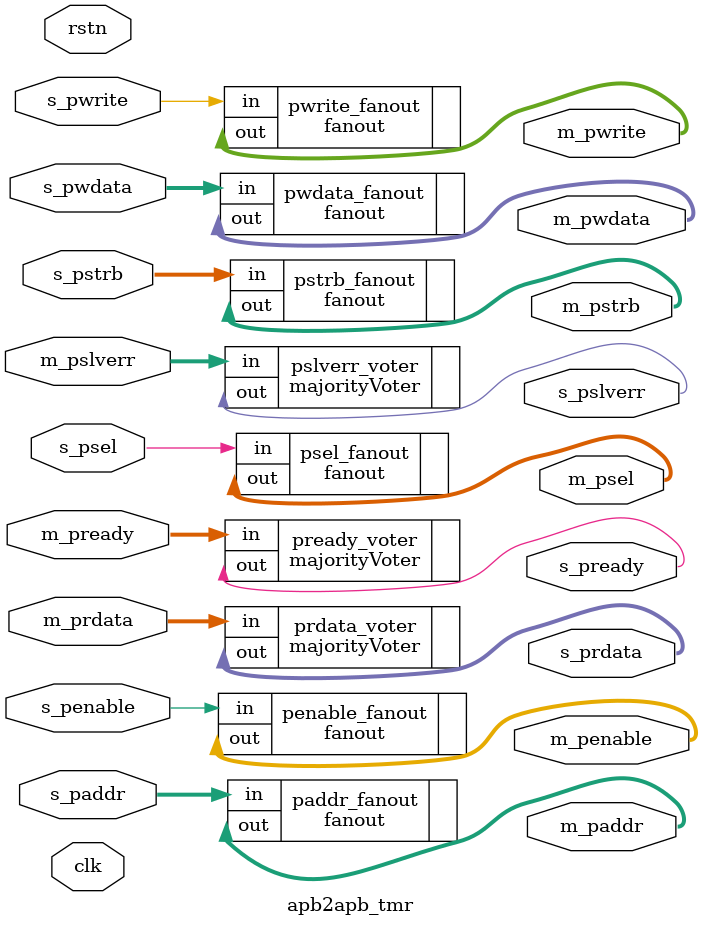
<source format=v>
module apb2apb_tmr #(
    parameter DATA_WIDTH = 32,
    parameter ADDR_WIDTH = 32,

    parameter WSTRB_WIDTH = (DATA_WIDTH-1)/8+1 // 4 bits for 32 data
)(
    input   wire clk,
    input   wire rstn,
    
    input wire                      s_penable,
    input wire                      s_pwrite,
    input wire                      s_psel,
    input wire [ADDR_WIDTH-1:0]     s_paddr,
    input wire [DATA_WIDTH-1:0]     s_pwdata,
    input wire [WSTRB_WIDTH-1:0]    s_pstrb,
    output wire [DATA_WIDTH-1:0]    s_prdata,
    output wire                     s_pready,
    output wire                     s_pslverr,

    // NMI triplicated output
    output  wire [2:0]               m_penable,
    output  wire [2:0]               m_pwrite,
    output  wire [2:0]               m_psel,
    output  wire [3*ADDR_WIDTH-1:0]  m_paddr,    
    output  wire [3*DATA_WIDTH-1:0]  m_pwdata,    
    output  wire [3*WSTRB_WIDTH-1:0] m_pstrb,    
    input   wire [3*DATA_WIDTH-1:0]  m_prdata,   
    input   wire [2:0]               m_pready,
    input   wire [2:0]               m_pslverr
);

    fanout                       penable_fanout (.in(s_penable), .out(m_penable));
    fanout                       pwrite_fanout (.in(s_pwrite), .out(m_pwrite));
    fanout                       psel_fanout (.in(s_psel), .out(m_psel));
    fanout #(.WIDTH(ADDR_WIDTH)) paddr_fanout  (.in(s_paddr), .out(m_paddr));
    fanout #(.WIDTH(DATA_WIDTH)) pwdata_fanout (.in(s_pwdata), .out(m_pwdata));
    fanout #(.WIDTH(WSTRB_WIDTH))pstrb_fanout (.in(s_pstrb), .out(m_pstrb));

    majorityVoter pready_voter (.in(m_pready), .out(s_pready)); 
    majorityVoter pslverr_voter (.in(m_pslverr), .out(s_pslverr)); 
    majorityVoter #(.WIDTH(DATA_WIDTH)) prdata_voter (.in(m_prdata), .out(s_prdata)); 

endmodule



</source>
